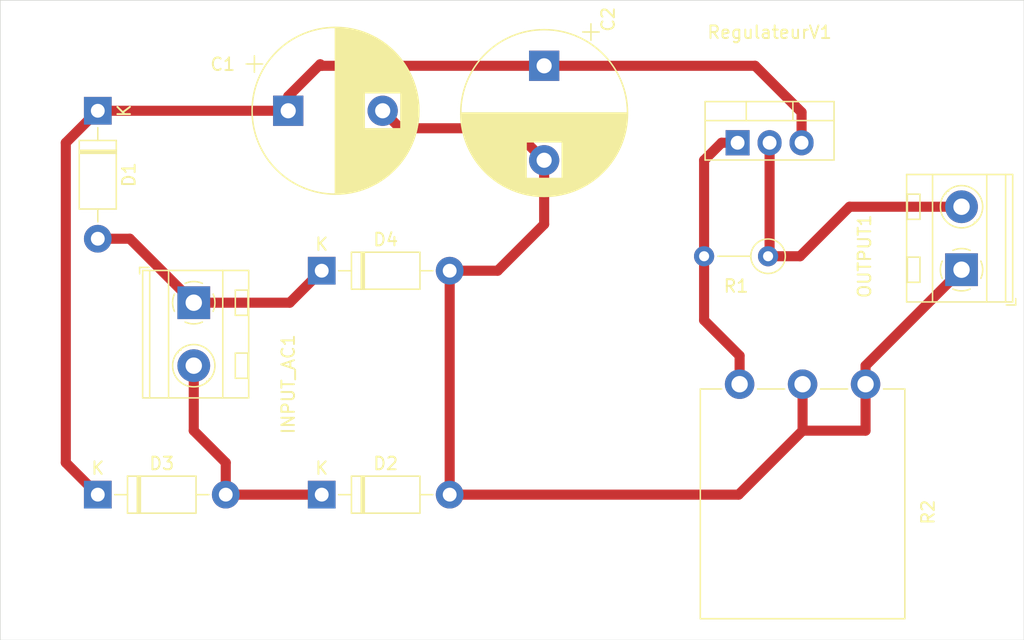
<source format=kicad_pcb>
(kicad_pcb (version 20240108) (generator "pcbnew") (generator_version "8.0")
  (layers (0 "F.Cu" signal) (31 "B.Cu" signal) (34 "B.Paste" user) (35 "F.Paste" user) (36 "B.SilkS" user "B.Silkscreen") (37 "F.SilkS" user "F.Silkscreen") (38 "B.Mask" user) (39 "F.Mask" user) (44 "Edge.Cuts" user))
  (net 0 "")
  (net 1 "Net-(D1-K)")
  (net 2 "GND")
  (net 3 "Net-(D1-A)")
  (net 4 "Net-(D2-K)")
  (net 5 "Net-(OUTPUT1-Pin_2)")
  (net 6 "Net-(RegulateurV1-ADJ)")
  (footprint "Capacitor_THT:CP_Radial_D13.0mm_P7.50mm" (layer "F.Cu") (at 38.1 24.01)
    (property "Reference" "C1" (at -5.2 -3.69 0) (layer "F.SilkS"))
    (property "Value" "1000μF")
    (pad "1" thru_hole rect (at 0 0) (size 2.4 2.4) (drill 1.2) (layers "*.Cu" "*.Mask") (net 1 "Net-(D1-K)"))
    (pad "2" thru_hole circle (at 7.5 0) (size 2.4 2.4) (drill 1.2) (layers "*.Cu" "*.Mask") (net 2 "GND"))
  )
  (footprint "Potentiometer_THT:Potentiometer_Piher_PC-16_Single_Vertical" (layer "F.Cu") (at 73.94 45.72 -90)
    (property "Reference" "R2" (at 10.16 -14.96 90) (layer "F.SilkS"))
    (property "Value" "570")
    (pad "1" thru_hole circle (at 0 0 270) (size 2.34 2.34) (drill 1.3) (layers "*.Cu" "*.Mask") (net 6 "Net-(RegulateurV1-ADJ)"))
    (pad "2" thru_hole circle (at 0 -5 270) (size 2.34 2.34) (drill 1.3) (layers "*.Cu" "*.Mask") (net 2 "GND"))
    (pad "3" thru_hole circle (at 0 -10 270) (size 2.34 2.34) (drill 1.3) (layers "*.Cu" "*.Mask") (net 2 "GND"))
  )
  (footprint "Diode_THT:D_DO-41_SOD81_P10.16mm_Horizontal" (layer "F.Cu") (at 40.76 36.71)
    (property "Reference" "D4" (at 5.08 -2.47 0) (layer "F.SilkS"))
    (property "Value" "1N4001")
    (fp_text user "K" (at 0 -2.1 0) (layer "F.SilkS"))
    (pad "1" thru_hole rect (at 0 0) (size 2.2 2.2) (drill 1.1) (layers "*.Cu" "*.Mask") (net 3 "Net-(D1-A)"))
    (pad "2" thru_hole oval (at 10.16 0) (size 2.2 2.2) (drill 1.1) (layers "*.Cu" "*.Mask") (net 2 "GND"))
  )
  (footprint "TerminalBlock_MetzConnect:TerminalBlock_MetzConnect_Type094_RT03502HBLU_1x02_P5.00mm_Horizontal" (layer "F.Cu") (at 91.56 36.63 90)
    (property "Reference" "OUTPUT1" (at 1.07 -7.7 90) (layer "F.SilkS"))
    (property "Value" "OUT_DC")
    (pad "1" thru_hole rect (at 0 0 90) (size 2.6 2.6) (drill 1.3) (layers "*.Cu" "*.Mask") (net 2 "GND"))
    (pad "2" thru_hole circle (at 5 0 90) (size 2.6 2.6) (drill 1.3) (layers "*.Cu" "*.Mask") (net 5 "Net-(OUTPUT1-Pin_2)"))
  )
  (footprint "Package_TO_SOT_THT:TO-220-3_Vertical" (layer "F.Cu") (at 73.78 26.55)
    (property "Reference" "RegulateurV1" (at 2.54 -8.77 360) (layer "F.SilkS"))
    (property "Value" "LM317_TO-220")
    (pad "1" thru_hole rect (at 0 0) (size 1.905 2) (drill 1.1) (layers "*.Cu" "*.Mask") (net 6 "Net-(RegulateurV1-ADJ)"))
    (pad "2" thru_hole oval (at 2.54 0) (size 1.905 2) (drill 1.1) (layers "*.Cu" "*.Mask") (net 5 "Net-(OUTPUT1-Pin_2)"))
    (pad "3" thru_hole oval (at 5.08 0) (size 1.905 2) (drill 1.1) (layers "*.Cu" "*.Mask") (net 1 "Net-(D1-K)"))
  )
  (footprint "Diode_THT:D_DO-41_SOD81_P10.16mm_Horizontal" (layer "F.Cu") (at 22.98 54.49)
    (property "Reference" "D3" (at 5.08 -2.47 360) (layer "F.SilkS"))
    (property "Value" "1N4001")
    (fp_text user "K" (at 0 -2.1 360) (layer "F.SilkS"))
    (pad "1" thru_hole rect (at 0 0) (size 2.2 2.2) (drill 1.1) (layers "*.Cu" "*.Mask") (net 1 "Net-(D1-K)"))
    (pad "2" thru_hole oval (at 10.16 0) (size 2.2 2.2) (drill 1.1) (layers "*.Cu" "*.Mask") (net 4 "Net-(D2-K)"))
  )
  (footprint "Capacitor_THT:CP_Radial_D13.0mm_P7.50mm" (layer "F.Cu") (at 58.42 20.44 -90)
    (property "Reference" "C2" (at -3.69 -5.08 90) (layer "F.SilkS"))
    (property "Value" "1000μF")
    (pad "1" thru_hole rect (at 0 0 270) (size 2.4 2.4) (drill 1.2) (layers "*.Cu" "*.Mask") (net 1 "Net-(D1-K)"))
    (pad "2" thru_hole circle (at 7.5 0 270) (size 2.4 2.4) (drill 1.2) (layers "*.Cu" "*.Mask") (net 2 "GND"))
  )
  (footprint "Diode_THT:D_DO-41_SOD81_P10.16mm_Horizontal" (layer "F.Cu") (at 22.98 24.01 -90)
    (property "Reference" "D1" (at 5.08 -2.47 90) (layer "F.SilkS"))
    (property "Value" "1N4001")
    (fp_text user "K" (at 0 -2.1 90) (layer "F.SilkS"))
    (pad "1" thru_hole rect (at 0 0 270) (size 2.2 2.2) (drill 1.1) (layers "*.Cu" "*.Mask") (net 1 "Net-(D1-K)"))
    (pad "2" thru_hole oval (at 10.16 0 270) (size 2.2 2.2) (drill 1.1) (layers "*.Cu" "*.Mask") (net 3 "Net-(D1-A)"))
  )
  (footprint "Diode_THT:D_DO-41_SOD81_P10.16mm_Horizontal" (layer "F.Cu") (at 40.76 54.49)
    (property "Reference" "D2" (at 5.08 -2.47 0) (layer "F.SilkS"))
    (property "Value" "1N4001")
    (fp_text user "K" (at 0 -2.1 0) (layer "F.SilkS"))
    (pad "1" thru_hole rect (at 0 0) (size 2.2 2.2) (drill 1.1) (layers "*.Cu" "*.Mask") (net 4 "Net-(D2-K)"))
    (pad "2" thru_hole oval (at 10.16 0) (size 2.2 2.2) (drill 1.1) (layers "*.Cu" "*.Mask") (net 2 "GND"))
  )
  (footprint "TerminalBlock_MetzConnect:TerminalBlock_MetzConnect_Type094_RT03502HBLU_1x02_P5.00mm_Horizontal" (layer "F.Cu") (at 30.6 39.25 -90)
    (property "Reference" "INPUT_AC1" (at 6.47 -7.5 90) (layer "F.SilkS"))
    (property "Value" "~")
    (pad "1" thru_hole rect (at 0 0 270) (size 2.6 2.6) (drill 1.3) (layers "*.Cu" "*.Mask") (net 3 "Net-(D1-A)"))
    (pad "2" thru_hole circle (at 5 0 270) (size 2.6 2.6) (drill 1.3) (layers "*.Cu" "*.Mask") (net 4 "Net-(D2-K)"))
  )
  (footprint "Resistor_THT:R_Axial_DIN0207_L6.3mm_D2.5mm_P5.08mm_Vertical" (layer "F.Cu") (at 76.2 35.56 180)
    (property "Reference" "R1" (at 2.54 -2.37 0) (layer "F.SilkS"))
    (property "Value" "220")
    (pad "1" thru_hole circle (at 0 0 180) (size 1.6 1.6) (drill 0.8) (layers "*.Cu" "*.Mask") (net 5 "Net-(OUTPUT1-Pin_2)"))
    (pad "2" thru_hole oval (at 5.08 0 180) (size 1.6 1.6) (drill 0.8) (layers "*.Cu" "*.Mask") (net 6 "Net-(RegulateurV1-ADJ)"))
  )
  (gr_rect (start 15.24 15.24) (end 96.52 66.04) (stroke (width 0.05)) (fill none) (layer "Edge.Cuts"))
  (segment (start 38.1 22.86) (end 40.64 20.32) (width 0.8) (layer "F.Cu") (net 1))
  (segment (start 40.64 20.32) (end 40.76 20.44) (width 0.8) (layer "F.Cu") (net 1))
  (segment (start 22.98 24.01) (end 20.44 26.55) (width 0.8) (layer "F.Cu") (net 1))
  (segment (start 38.1 24.01) (end 38.1 22.86) (width 0.8) (layer "F.Cu") (net 1))
  (segment (start 22.98 24.01) (end 38.1 24.01) (width 0.8) (layer "F.Cu") (net 1))
  (segment (start 78.86 24.13) (end 78.86 26.55) (width 0.8) (layer "F.Cu") (net 1))
  (segment (start 40.76 20.44) (end 58.42 20.44) (width 0.8) (layer "F.Cu") (net 1))
  (segment (start 75.17 20.44) (end 78.86 24.13) (width 0.8) (layer "F.Cu") (net 1))
  (segment (start 20.44 26.55) (end 20.44 51.95) (width 0.8) (layer "F.Cu") (net 1))
  (segment (start 20.44 51.95) (end 22.98 54.49) (width 0.8) (layer "F.Cu") (net 1))
  (segment (start 58.42 20.44) (end 75.17 20.44) (width 0.8) (layer "F.Cu") (net 1))
  (segment (start 78.94 45.72) (end 78.94 49.41) (width 0.8) (layer "F.Cu") (net 2))
  (segment (start 50.92 54.49) (end 73.86 54.49) (width 0.8) (layer "F.Cu") (net 2))
  (segment (start 54.73 36.71) (end 58.42 33.02) (width 0.8) (layer "F.Cu") (net 2))
  (segment (start 83.94 49.41) (end 83.94 44.25) (width 0.8) (layer "F.Cu") (net 2))
  (segment (start 73.86 54.49) (end 78.94 49.41) (width 0.8) (layer "F.Cu") (net 2))
  (segment (start 58.42 27.94) (end 55.88 25.4) (width 0.8) (layer "F.Cu") (net 2))
  (segment (start 46.99 25.4) (end 45.6 24.01) (width 0.8) (layer "F.Cu") (net 2))
  (segment (start 50.92 54.49) (end 50.92 36.71) (width 0.8) (layer "F.Cu") (net 2))
  (segment (start 58.42 33.02) (end 58.42 27.94) (width 0.8) (layer "F.Cu") (net 2))
  (segment (start 50.92 36.71) (end 54.73 36.71) (width 0.8) (layer "F.Cu") (net 2))
  (segment (start 83.94 44.25) (end 91.56 36.63) (width 0.8) (layer "F.Cu") (net 2))
  (segment (start 83.94 49.41) (end 78.94 49.41) (width 0.8) (layer "F.Cu") (net 2))
  (segment (start 55.88 25.4) (end 46.99 25.4) (width 0.8) (layer "F.Cu") (net 2))
  (segment (start 25.52 34.17) (end 30.6 39.25) (width 0.8) (layer "F.Cu") (net 3))
  (segment (start 22.98 34.17) (end 25.52 34.17) (width 0.8) (layer "F.Cu") (net 3))
  (segment (start 38.22 39.25) (end 40.76 36.71) (width 0.8) (layer "F.Cu") (net 3))
  (segment (start 30.6 39.25) (end 38.22 39.25) (width 0.8) (layer "F.Cu") (net 3))
  (segment (start 30.6 44.25) (end 30.6 49.41) (width 0.8) (layer "F.Cu") (net 4))
  (segment (start 33.14 51.95) (end 33.14 54.49) (width 0.8) (layer "F.Cu") (net 4))
  (segment (start 33.14 54.49) (end 40.76 54.49) (width 0.8) (layer "F.Cu") (net 4))
  (segment (start 30.6 49.41) (end 33.14 51.95) (width 0.8) (layer "F.Cu") (net 4))
  (segment (start 91.56 31.63) (end 82.67 31.63) (width 0.8) (layer "F.Cu") (net 5))
  (segment (start 76.32 26.55) (end 76.32 35.44) (width 0.8) (layer "F.Cu") (net 5))
  (segment (start 76.32 35.44) (end 76.2 35.56) (width 0.8) (layer "F.Cu") (net 5))
  (segment (start 82.67 31.63) (end 78.74 35.56) (width 0.8) (layer "F.Cu") (net 5))
  (segment (start 78.74 35.56) (end 76.2 35.56) (width 0.8) (layer "F.Cu") (net 5))
  (segment (start 73.78 26.55) (end 72.51 26.55) (width 0.8) (layer "F.Cu") (net 6))
  (segment (start 72.51 26.55) (end 71.12 27.94) (width 0.8) (layer "F.Cu") (net 6))
  (segment (start 73.94 45.72) (end 73.94 43.46) (width 0.8) (layer "F.Cu") (net 6))
  (segment (start 71.12 27.94) (end 71.12 35.56) (width 0.8) (layer "F.Cu") (net 6))
  (segment (start 71.12 40.64) (end 71.12 35.56) (width 0.8) (layer "F.Cu") (net 6))
  (segment (start 73.94 43.46) (end 71.12 40.64) (width 0.8) (layer "F.Cu") (net 6))
)
</source>
